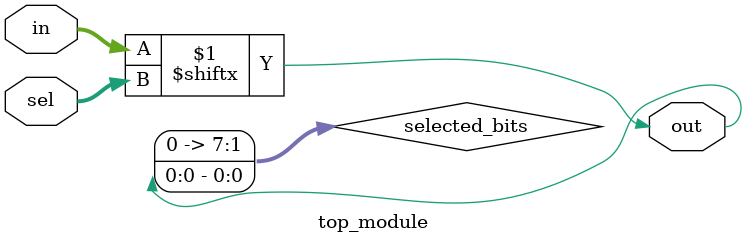
<source format=sv>
module top_module (
	input [255:0] in,
	input [7:0] sel,
	output  out
);
	// Create an array to store the selected input bits
	wire [7:0] selected_bits;

	// Select the appropriate bits based on the value of sel
	assign selected_bits = in[sel];

	// Perform bitwise OR operation on all selected bits
	assign out = |selected_bits;
endmodule

</source>
